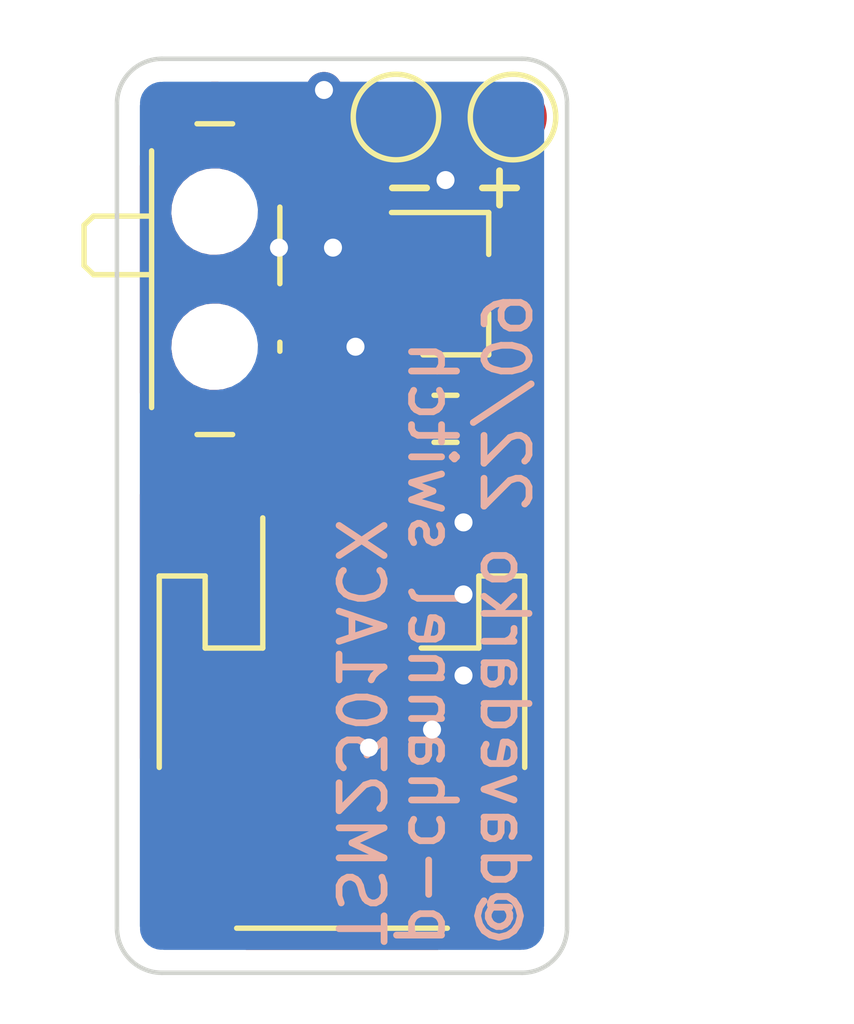
<source format=kicad_pcb>
(kicad_pcb (version 20211014) (generator pcbnew)
  (layers (0 "F.Cu" signal) (31 "B.Cu" signal) (34 "B.Paste" user) (35 "F.Paste" user) (36 "B.SilkS" user "B.Silkscreen") (37 "F.SilkS" user "F.Silkscreen") (38 "B.Mask" user) (39 "F.Mask" user) (44 "Edge.Cuts" user))
  (net 0 "")
  (net 1 "GND")
  (net 2 "Net-(Q1-Pad1)")
  (net 3 "/vbat")
  (net 4 "/BOUT")
  (footprint "Resistor_SMD:R_0603_1608Metric_Pad0.98x0.95mm_HandSolder" (layer "F.Cu") (at 7.3 9.2)
    (fp_text reference "R3" hide)
    (fp_text value "4k7")
    (fp_line (start -0.254724 -0.5225) (end 0.254724 -0.5225) (layer "F.SilkS") (width 0.12))
    (fp_line (start -0.254724 0.5225) (end 0.254724 0.5225) (layer "F.SilkS") (width 0.12))
    (pad "1" smd roundrect locked (at -0.9125 0) (size 0.975 0.95) (layers "F.Cu" "F.Paste" "F.Mask") (net 3 "/vbat"))
    (pad "2" smd roundrect locked (at 0.9125 0) (size 0.975 0.95) (layers "F.Cu" "F.Paste" "F.Mask") (net 2 "Net-(Q1-Pad1)"))
  )
  (footprint "TestPoint:TestPoint_Pad_D1.5mm" (layer "F.Cu") (at 6.2 2.5 180)
    (fp_text reference "TP3" hide)
    (fp_text value "BOUT-")
    (fp_circle (center 0 0) (end 0 0.95) (layer "F.SilkS") (width 0.12) (fill none))
    (pad "1" smd circle locked (at 0 0 180) (size 1.5 1.5) (layers "F.Cu" "F.Mask") (net 1 "GND"))
  )
  (footprint "Connector_JST:JST_PH_S2B-PH-SM4-TB_1x02-1MP_P2.00mm_Horizontal" (layer "F.Cu") (at 5 16)
    (fp_text reference "J1" hide)
    (fp_text value "BAT_IN")
    (fp_line (start -2.34 4.51) (end 2.34 4.51) (layer "F.SilkS") (width 0.12))
    (fp_line (start 4.06 -3.31) (end 3.04 -3.31) (layer "F.SilkS") (width 0.12))
    (fp_line (start -4.06 -3.31) (end -3.04 -3.31) (layer "F.SilkS") (width 0.12))
    (fp_line (start -4.06 0.94) (end -4.06 -3.31) (layer "F.SilkS") (width 0.12))
    (fp_line (start -3.04 -1.71) (end -1.76 -1.71) (layer "F.SilkS") (width 0.12))
    (fp_line (start 3.04 -3.31) (end 3.04 -1.71) (layer "F.SilkS") (width 0.12))
    (fp_line (start 4.06 0.94) (end 4.06 -3.31) (layer "F.SilkS") (width 0.12))
    (fp_line (start 3.04 -1.71) (end 1.76 -1.71) (layer "F.SilkS") (width 0.12))
    (fp_line (start -3.04 -3.31) (end -3.04 -1.71) (layer "F.SilkS") (width 0.12))
    (fp_line (start -1.76 -1.71) (end -1.76 -4.6) (layer "F.SilkS") (width 0.12))
    (pad "1" smd roundrect locked (at -1 -2.85) (size 1 3.5) (layers "F.Cu" "F.Paste" "F.Mask") (net 3 "/vbat"))
    (pad "2" smd roundrect locked (at 1 -2.85) (size 1 3.5) (layers "F.Cu" "F.Paste" "F.Mask") (net 1 "GND"))
    (pad "MP" smd roundrect locked (at 3.35 2.9) (size 1.5 3.4) (layers "F.Cu" "F.Paste" "F.Mask") (roundrect_rratio 0.1666673333))
    (pad "MP" smd roundrect locked (at -3.35 2.9) (size 1.5 3.4) (layers "F.Cu" "F.Paste" "F.Mask") (roundrect_rratio 0.1666673333))
  )
  (footprint "Package_TO_SOT_SMD:SOT-23" (layer "F.Cu") (at 7.5 6.2)
    (fp_text reference "Q1" hide)
    (fp_text value "TSM2301ACX" hide)
    (fp_line (start 0.76 -1.58) (end 0.76 -0.65) (layer "F.SilkS") (width 0.12))
    (fp_line (start 0.76 1.58) (end -0.7 1.58) (layer "F.SilkS") (width 0.12))
    (fp_line (start 0.76 1.58) (end 0.76 0.65) (layer "F.SilkS") (width 0.12))
    (fp_line (start 0.76 -1.58) (end -1.4 -1.58) (layer "F.SilkS") (width 0.12))
    (pad "1" smd rect locked (at -1 -0.95) (size 0.9 0.8) (layers "F.Cu" "F.Paste" "F.Mask") (net 2 "Net-(Q1-Pad1)"))
    (pad "2" smd rect locked (at -1 0.95) (size 0.9 0.8) (layers "F.Cu" "F.Paste" "F.Mask") (net 3 "/vbat"))
    (pad "3" smd rect locked (at 1 0) (size 0.9 0.8) (layers "F.Cu" "F.Paste" "F.Mask") (net 4 "/BOUT"))
  )
  (footprint "Button_Switch_SMD:SW_SPDT_PCM12" (layer "F.Cu") (at 2.5 6.1 -90)
    (fp_text reference "SW1" hide)
    (fp_text value "SW_SPDT")
    (fp_line (start -0.1 3.02) (end -0.1 1.73) (layer "F.SilkS") (width 0.12))
    (fp_line (start -0.1 3.02) (end -0.3 3.23) (layer "F.SilkS") (width 0.12))
    (fp_line (start -1.6 -1.12) (end 0.1 -1.12) (layer "F.SilkS") (width 0.12))
    (fp_line (start -3.45 -0.07) (end -3.45 0.72) (layer "F.SilkS") (width 0.12))
    (fp_line (start -1.2 3.23) (end -0.3 3.23) (layer "F.SilkS") (width 0.12))
    (fp_line (start -1.4 1.73) (end -1.4 3.02) (layer "F.SilkS") (width 0.12))
    (fp_line (start 1.4 -1.12) (end 1.6 -1.12) (layer "F.SilkS") (width 0.12))
    (fp_line (start -1.4 3.02) (end -1.2 3.23) (layer "F.SilkS") (width 0.12))
    (fp_line (start 3.45 0.72) (end 3.45 -0.07) (layer "F.SilkS") (width 0.12))
    (fp_line (start -2.85 1.73) (end 2.85 1.73) (layer "F.SilkS") (width 0.12))
    (pad "" smd rect locked (at -3.65 -0.78 270) (size 1 0.8) (layers "F.Cu" "F.Paste" "F.Mask"))
    (pad "" smd rect locked (at 3.65 1.43 270) (size 1 0.8) (layers "F.Cu" "F.Paste" "F.Mask"))
    (pad "" np_thru_hole circle locked (at -1.5 0.33 270) (size 0.9 0.9) (drill 0.9) (layers *.Cu *.Mask))
    (pad "" smd rect locked (at -3.65 1.43 270) (size 1 0.8) (layers "F.Cu" "F.Paste" "F.Mask"))
    (pad "" np_thru_hole circle locked (at 1.5 0.33 270) (size 0.9 0.9) (drill 0.9) (layers *.Cu *.Mask))
    (pad "" smd rect locked (at 3.65 -0.78 270) (size 1 0.8) (layers "F.Cu" "F.Paste" "F.Mask"))
    (pad "1" smd rect locked (at -2.25 -1.43 270) (size 0.7 1.5) (layers "F.Cu" "F.Paste" "F.Mask") (net 2 "Net-(Q1-Pad1)"))
    (pad "2" smd rect locked (at 0.75 -1.43 270) (size 0.7 1.5) (layers "F.Cu" "F.Paste" "F.Mask") (net 1 "GND"))
    (pad "3" smd rect locked (at 2.25 -1.43 270) (size 0.7 1.5) (layers "F.Cu" "F.Paste" "F.Mask") (net 1 "GND"))
  )
  (footprint "TestPoint:TestPoint_Pad_D1.5mm" (layer "F.Cu") (at 8.8 2.5)
    (fp_text reference "TP2" hide)
    (fp_text value "BOUT+")
    (fp_circle (center 0 0) (end 0 0.95) (layer "F.SilkS") (width 0.12) (fill none))
    (pad "1" smd circle locked (at 0 0) (size 1.5 1.5) (layers "F.Cu" "F.Mask") (net 4 "/BOUT"))
  )
  (gr_line (start 9 21.5) (end 1 21.5) (layer "Edge.Cuts") (width 0.1))
  (gr_line (start 0 20.5) (end 0 2.207107) (layer "Edge.Cuts") (width 0.1))
  (gr_arc (start 1 21.5) (mid 0.292893 21.207107) (end 0 20.5) (layer "Edge.Cuts") (width 0.1))
  (gr_arc (start 0 2.207107) (mid 0.292893 1.5) (end 1 1.207107) (layer "Edge.Cuts") (width 0.1))
  (gr_line (start 1 1.207107) (end 9 1.207107) (layer "Edge.Cuts") (width 0.1))
  (gr_arc (start 9 1.207107) (mid 9.707107 1.5) (end 10 2.207107) (layer "Edge.Cuts") (width 0.1))
  (gr_arc (start 10 20.5) (mid 9.707107 21.207107) (end 9 21.5) (layer "Edge.Cuts") (width 0.1))
  (gr_line (start 10 2.207107) (end 10 20.5) (layer "Edge.Cuts") (width 0.1))
  (gr_text "@davedarko 22/09\np-channel switch\nTSM2301ACX" (at 7 21 270) (layer "B.SilkS") (effects (font (size 1 1)) (justify left mirror)))
  (gr_text "- +" (at 7.5 4) (layer "F.SilkS") (effects (font (size 1 1))))
  (via (at 5.6 16.5) (size 0.8) (drill 0.4) (layers "F.Cu" "B.Cu") (net 1))
  (via (at 7.7 11.5) (size 0.8) (drill 0.4) (layers "F.Cu" "B.Cu") (net 1))
  (via (at 4.6 1.9) (size 0.8) (drill 0.4) (layers "F.Cu" "B.Cu") (net 1))
  (via (at 4.8 5.4) (size 0.8) (drill 0.4) (layers "F.Cu" "B.Cu") (net 1))
  (via (at 7.3 3.9) (size 0.8) (drill 0.4) (layers "F.Cu" "B.Cu") (net 1))
  (via (at 5.3 7.6) (size 0.8) (drill 0.4) (layers "F.Cu" "B.Cu") (net 1))
  (via (at 7.7 14.9) (size 0.8) (drill 0.4) (layers "F.Cu" "B.Cu") (net 1))
  (via (at 7.7 13.1) (size 0.8) (drill 0.4) (layers "F.Cu" "B.Cu") (net 1))
  (via (at 7 16.1) (size 0.8) (drill 0.4) (layers "F.Cu" "B.Cu") (net 1))
  (via (at 3.6 5.4) (size 0.8) (drill 0.4) (layers "F.Cu" "B.Cu") (net 1))
  (segment (start 8.2125 9.2) (end 7.6 8.5875) (width 0.25) (layer "F.Cu") (net 2))
  (segment (start 5.8 3.9) (end 3.9 3.9) (width 0.25) (layer "F.Cu") (net 2))
  (segment (start 7.6 8.5875) (end 7.6 5.6) (width 0.25) (layer "F.Cu") (net 2))
  (segment (start 7.6 5.6) (end 7.2 5.2) (width 0.25) (layer "F.Cu") (net 2))
  (segment (start 7.2 5.2) (end 6.5 5.2) (width 0.25) (layer "F.Cu") (net 2))
  (segment (start 6.5 4.6) (end 5.8 3.9) (width 0.25) (layer "F.Cu") (net 2))
  (segment (start 6.5 5.25) (end 6.5 4.6) (width 0.25) (layer "F.Cu") (net 2))
  (segment (start 4.6 10.5) (end 5.9 9.2) (width 0.4) (layer "F.Cu") (net 3))
  (segment (start 5.9 9.2) (end 6.4 9.2) (width 0.4) (layer "F.Cu") (net 3))
  (segment (start 6.5 7.15) (end 6.5 9) (width 0.4) (layer "F.Cu") (net 3))
  (segment (start 6.5 9) (end 6.4 9.1) (width 0.4) (layer "F.Cu") (net 3))
  (segment (start 4 11.1) (end 4.6 10.5) (width 0.4) (layer "F.Cu") (net 3))
  (segment (start 4 13.15) (end 4 11.1) (width 0.4) (layer "F.Cu") (net 3))
  (segment (start 8.5 2.8) (end 8.8 2.5) (width 0.4) (layer "F.Cu") (net 4))
  (segment (start 8.5 6.2) (end 8.5 2.8) (width 0.4) (layer "F.Cu") (net 4))
  (zone (net 1) (net_name "GND") (layers F&B.Cu) (connect_pads (clearance 0.508)) (min_thickness 0.254) (fill yes (thermal_gap 0.508) (thermal_bridge_width 0.508))
    (polygon (pts (xy 16.4 22) (xy -1 22) (xy -1 1) (xy 16.4 1)))
  )
)
</source>
